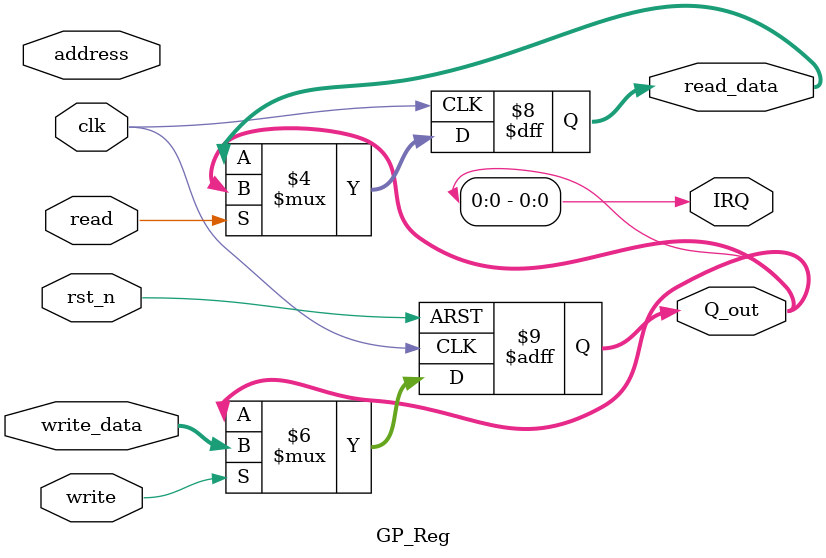
<source format=v>
module GP_Reg(
	input clk,
	input rst_n,
	input read,
	input write,
	input [9:0] address,
	input [31:0] write_data,
	output reg [31:0] read_data,
	output reg[31:0] Q_out,
	output IRQ
);

assign IRQ=Q_out[0];
always @(posedge clk or negedge rst_n)
begin	
	if (!rst_n)
		begin
			Q_out<=32'b0;
		end
	else if (write)
			Q_out<=write_data;
end

always @(posedge clk)
begin
	if (read)
		begin
			read_data<=Q_out;
		end
end
endmodule

</source>
